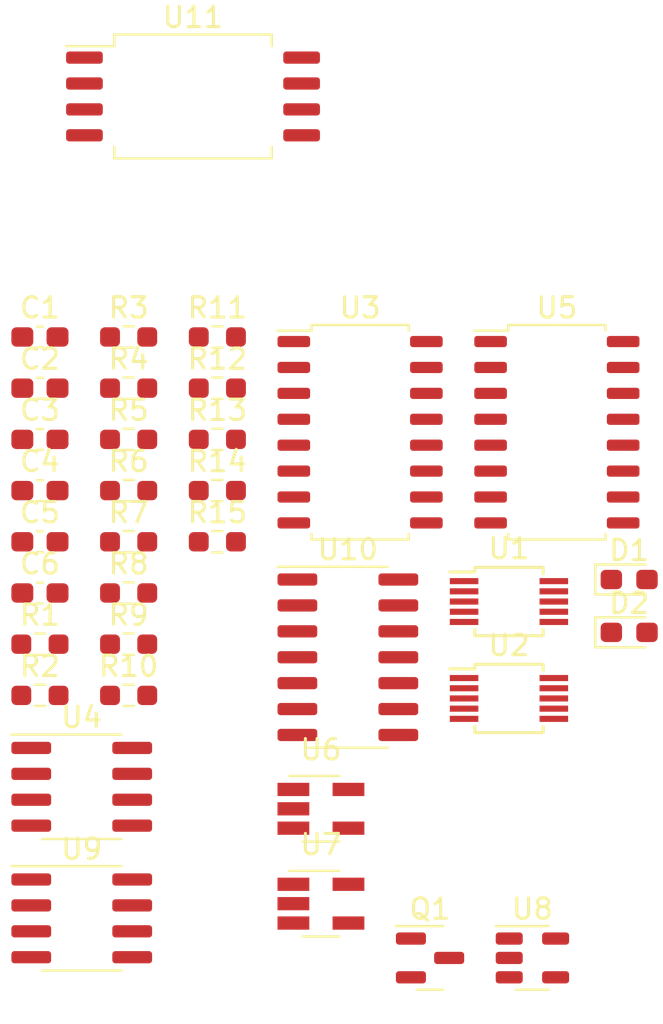
<source format=kicad_pcb>
(kicad_pcb (version 20221018) (generator pcbnew)
  (layers (0 "F.Cu" signal) (31 "B.Cu" signal) (34 "B.Paste" user) (35 "F.Paste" user) (36 "B.SilkS" user "B.Silkscreen") (37 "F.SilkS" user "F.Silkscreen") (38 "B.Mask" user) (39 "F.Mask" user) (44 "Edge.Cuts" user))
  (net 0 "")
  (net 1 "/TR")
  (net 2 "GND")
  (net 3 "Net-(U4-CV)")
  (net 4 "Net-(U2-AIN_N)")
  (net 5 "Net-(U2-AIN_P)")
  (net 6 "/ISO_RTN")
  (net 7 "Net-(U1-VO1)")
  (net 8 "Net-(U1-VO0)")
  (net 9 "Net-(D1-A)")
  (net 10 "Net-(D2-A)")
  (net 11 "/S0_n")
  (net 12 "/S0")
  (net 13 "Net-(U4-DIS)")
  (net 14 "+5V")
  (net 15 "/OSC")
  (net 16 "Net-(U9B--)")
  (net 17 "Net-(U9A--)")
  (net 18 "Net-(R8-Pad1)")
  (net 19 "Net-(R8-Pad2)")
  (net 20 "Net-(U1-SCK)")
  (net 21 "/ISO_DRV")
  (net 22 "Net-(R10-Pad1)")
  (net 23 "Net-(R10-Pad2)")
  (net 24 "Net-(U1-SDI)")
  (net 26 "Net-(R12-Pad2)")
  (net 28 "Net-(R13-Pad2)")
  (net 29 "Net-(U1-LAT)")
  (net 30 "Net-(U1-~CS)")
  (net 32 "+1V8")
  (net 34 "/SDATA")
  (net 35 "/SCLK")
  (net 36 "/S4")
  (net 37 "/S3")
  (net 38 "/S2")
  (net 39 "/S1")
  (footprint "Resistor_SMD:R_0603_1608Metric_Pad0.98x0.95mm_HandSolder" (layer "F.Cu") (at 20.4325 31.93)
    (fp_text reference "R1" (at 0 -1.43) (layer "F.SilkS"))
    (fp_text value "10k")
    (fp_line (start -0.254724 -0.5225) (end 0.254724 -0.5225) (stroke (width 0.12)) (layer "F.SilkS"))
    (fp_line (start -0.254724 0.5225) (end 0.254724 0.5225) (stroke (width 0.12)) (layer "F.SilkS"))
    (pad "1" smd roundrect (at -0.9125 0) (size 0.975 0.95) (layers "F.Cu" "F.Paste" "F.Mask") (net 13 "Net-(U4-DIS)"))
    (pad "2" smd roundrect (at 0.9125 0) (size 0.975 0.95) (layers "F.Cu" "F.Paste" "F.Mask") (net 14 "+5V"))
  )
  (footprint "Capacitor_SMD:C_0603_1608Metric_Pad1.08x0.95mm_HandSolder" (layer "F.Cu") (at 20.4325 26.91)
    (fp_text reference "C5" (at 0 -1.43) (layer "F.SilkS"))
    (fp_text value "C")
    (fp_line (start -0.146267 -0.51) (end 0.146267 -0.51) (stroke (width 0.12)) (layer "F.SilkS"))
    (fp_line (start -0.146267 0.51) (end 0.146267 0.51) (stroke (width 0.12)) (layer "F.SilkS"))
    (pad "1" smd roundrect (at -0.8625 0) (size 1.075 0.95) (layers "F.Cu" "F.Paste" "F.Mask") (net 6 "/ISO_RTN"))
    (pad "2" smd roundrect (at 0.8625 0) (size 1.075 0.95) (layers "F.Cu" "F.Paste" "F.Mask") (net 7 "Net-(U1-VO1)"))
  )
  (footprint "Package_TO_SOT_SMD:SOT-23-5_HandSoldering" (layer "F.Cu") (at 34.2125 44.65)
    (fp_text reference "U7" (at 0 -2.9) (layer "F.SilkS"))
    (fp_text value "74LVC1G80")
    (fp_line (start -0.9 1.61) (end 0.9 1.61) (stroke (width 0.12)) (layer "F.SilkS"))
    (fp_line (start 0.9 -1.61) (end -1.55 -1.61) (stroke (width 0.12)) (layer "F.SilkS"))
    (pad "1" smd rect (at -1.35 -0.95) (size 1.56 0.65) (layers "F.Cu" "F.Paste" "F.Mask") (net 11 "/S0_n"))
    (pad "2" smd rect (at -1.35 0) (size 1.56 0.65) (layers "F.Cu" "F.Paste" "F.Mask") (net 15 "/OSC"))
    (pad "3" smd rect (at -1.35 0.95) (size 1.56 0.65) (layers "F.Cu" "F.Paste" "F.Mask") (net 2 "GND"))
    (pad "4" smd rect (at 1.35 0.95) (size 1.56 0.65) (layers "F.Cu" "F.Paste" "F.Mask") (net 11 "/S0_n"))
    (pad "5" smd rect (at 1.35 -0.95) (size 1.56 0.65) (layers "F.Cu" "F.Paste" "F.Mask") (net 14 "+5V"))
  )
  (footprint "Package_SO:SOIC-8_3.9x4.9mm_P1.27mm" (layer "F.Cu") (at 22.4825 38.92)
    (fp_text reference "U4" (at 0 -3.4) (layer "F.SilkS"))
    (fp_text value "NE555D")
    (fp_line (start 0 -2.56) (end -3.45 -2.56) (stroke (width 0.12)) (layer "F.SilkS"))
    (fp_line (start 0 -2.56) (end 1.95 -2.56) (stroke (width 0.12)) (layer "F.SilkS"))
    (fp_line (start 0 2.56) (end -1.95 2.56) (stroke (width 0.12)) (layer "F.SilkS"))
    (fp_line (start 0 2.56) (end 1.95 2.56) (stroke (width 0.12)) (layer "F.SilkS"))
    (pad "1" smd roundrect (at -2.475 -1.905) (size 1.95 0.6) (layers "F.Cu" "F.Paste" "F.Mask") (net 2 "GND"))
    (pad "2" smd roundrect (at -2.475 -0.635) (size 1.95 0.6) (layers "F.Cu" "F.Paste" "F.Mask") (net 1 "/TR"))
    (pad "3" smd roundrect (at -2.475 0.635) (size 1.95 0.6) (layers "F.Cu" "F.Paste" "F.Mask") (net 15 "/OSC"))
    (pad "4" smd roundrect (at -2.475 1.905) (size 1.95 0.6) (layers "F.Cu" "F.Paste" "F.Mask") (net 14 "+5V"))
    (pad "5" smd roundrect (at 2.475 1.905) (size 1.95 0.6) (layers "F.Cu" "F.Paste" "F.Mask") (net 3 "Net-(U4-CV)"))
    (pad "6" smd roundrect (at 2.475 0.635) (size 1.95 0.6) (layers "F.Cu" "F.Paste" "F.Mask") (net 1 "/TR"))
    (pad "7" smd roundrect (at 2.475 -0.635) (size 1.95 0.6) (layers "F.Cu" "F.Paste" "F.Mask") (net 13 "Net-(U4-DIS)"))
    (pad "8" smd roundrect (at 2.475 -1.905) (size 1.95 0.6) (layers "F.Cu" "F.Paste" "F.Mask") (net 14 "+5V"))
  )
  (footprint "Resistor_SMD:R_0603_1608Metric_Pad0.98x0.95mm_HandSolder" (layer "F.Cu") (at 24.7825 34.44)
    (fp_text reference "R10" (at 0 -1.43) (layer "F.SilkS"))
    (fp_text value "10k")
    (fp_line (start -0.254724 -0.5225) (end 0.254724 -0.5225) (stroke (width 0.12)) (layer "F.SilkS"))
    (fp_line (start -0.254724 0.5225) (end 0.254724 0.5225) (stroke (width 0.12)) (layer "F.SilkS"))
    (pad "1" smd roundrect (at -0.9125 0) (size 0.975 0.95) (layers "F.Cu" "F.Paste" "F.Mask") (net 22 "Net-(R10-Pad1)"))
    (pad "2" smd roundrect (at 0.9125 0) (size 0.975 0.95) (layers "F.Cu" "F.Paste" "F.Mask") (net 23 "Net-(R10-Pad2)"))
  )
  (footprint "Package_SO:SOIC-16_4.55x10.3mm_P1.27mm" (layer "F.Cu") (at 45.7825 21.54)
    (fp_text reference "U5" (at 0 -6.1) (layer "F.SilkS"))
    (fp_text value "74LS161")
    (fp_line (start -2.385 -5.26) (end -2.385 -4.98) (stroke (width 0.12)) (layer "F.SilkS"))
    (fp_line (start -2.385 -4.98) (end -4.05 -4.98) (stroke (width 0.12)) (layer "F.SilkS"))
    (fp_line (start -2.385 5.26) (end -2.385 4.98) (stroke (width 0.12)) (layer "F.SilkS"))
    (fp_line (start 0 -5.26) (end -2.385 -5.26) (stroke (width 0.12)) (layer "F.SilkS"))
    (fp_line (start 0 -5.26) (end 2.385 -5.26) (stroke (width 0.12)) (layer "F.SilkS"))
    (fp_line (start 0 5.26) (end -2.385 5.26) (stroke (width 0.12)) (layer "F.SilkS"))
    (fp_line (start 0 5.26) (end 2.385 5.26) (stroke (width 0.12)) (layer "F.SilkS"))
    (fp_line (start 2.385 -5.26) (end 2.385 -4.98) (stroke (width 0.12)) (layer "F.SilkS"))
    (fp_line (start 2.385 5.26) (end 2.385 4.98) (stroke (width 0.12)) (layer "F.SilkS"))
    (pad "1" smd roundrect (at -3.25 -4.445) (size 1.6 0.55) (layers "F.Cu" "F.Paste" "F.Mask") (net 14 "+5V"))
    (pad "2" smd roundrect (at -3.25 -3.175) (size 1.6 0.55) (layers "F.Cu" "F.Paste" "F.Mask") (net 12 "/S0"))
    (pad "3" smd roundrect (at -3.25 -1.905) (size 1.6 0.55) (layers "F.Cu" "F.Paste" "F.Mask") (net 2 "GND"))
    (pad "4" smd roundrect (at -3.25 -0.635) (size 1.6 0.55) (layers "F.Cu" "F.Paste" "F.Mask") (net 2 "GND"))
    (pad "5" smd roundrect (at -3.25 0.635) (size 1.6 0.55) (layers "F.Cu" "F.Paste" "F.Mask") (net 2 "GND"))
    (pad "6" smd roundrect (at -3.25 1.905) (size 1.6 0.55) (layers "F.Cu" "F.Paste" "F.Mask") (net 2 "GND"))
    (pad "7" smd roundrect (at -3.25 3.175) (size 1.6 0.55) (layers "F.Cu" "F.Paste" "F.Mask") (net 14 "+5V"))
    (pad "8" smd roundrect (at -3.25 4.445) (size 1.6 0.55) (layers "F.Cu" "F.Paste" "F.Mask") (net 2 "GND"))
    (pad "9" smd roundrect (at 3.25 4.445) (size 1.6 0.55) (layers "F.Cu" "F.Paste" "F.Mask") (net 14 "+5V"))
    (pad "10" smd roundrect (at 3.25 3.175) (size 1.6 0.55) (layers "F.Cu" "F.Paste" "F.Mask") (net 14 "+5V"))
    (pad "11" smd roundrect (at 3.25 1.905) (size 1.6 0.55) (layers "F.Cu" "F.Paste" "F.Mask") (net 36 "/S4"))
    (pad "12" smd roundrect (at 3.25 0.635) (size 1.6 0.55) (layers "F.Cu" "F.Paste" "F.Mask") (net 37 "/S3"))
    (pad "13" smd roundrect (at 3.25 -0.635) (size 1.6 0.55) (layers "F.Cu" "F.Paste" "F.Mask") (net 38 "/S2"))
    (pad "14" smd roundrect (at 3.25 -1.905) (size 1.6 0.55) (layers "F.Cu" "F.Paste" "F.Mask") (net 39 "/S1"))
    (pad "15" smd roundrect (at 3.25 -3.175) (size 1.6 0.55) (layers "F.Cu" "F.Paste" "F.Mask"))
    (pad "16" smd roundrect (at 3.25 -4.445) (size 1.6 0.55) (layers "F.Cu" "F.Paste" "F.Mask") (net 14 "+5V"))
  )
  (footprint "Package_SO:SOIC-8_7.5x5.85mm_P1.27mm" (layer "F.Cu") (at 27.94 5.08)
    (fp_text reference "U11" (at 0 -3.88) (layer "F.SilkS"))
    (fp_text value "AMC1100DWV")
    (fp_line (start -3.86 -3.035) (end -3.86 -2.465) (stroke (width 0.12)) (layer "F.SilkS"))
    (fp_line (start -3.86 -2.465) (end -6.225 -2.465) (stroke (width 0.12)) (layer "F.SilkS"))
    (fp_line (start -3.86 3.035) (end -3.86 2.465) (stroke (width 0.12)) (layer "F.SilkS"))
    (fp_line (start 0 -3.035) (end -3.86 -3.035) (stroke (width 0.12)) (layer "F.SilkS"))
    (fp_line (start 0 -3.035) (end 3.86 -3.035) (stroke (width 0.12)) (layer "F.SilkS"))
    (fp_line (start 0 3.035) (end -3.86 3.035) (stroke (width 0.12)) (layer "F.SilkS"))
    (fp_line (start 0 3.035) (end 3.86 3.035) (stroke (width 0.12)) (layer "F.SilkS"))
    (fp_line (start 3.86 -3.035) (end 3.86 -2.465) (stroke (width 0.12)) (layer "F.SilkS"))
    (fp_line (start 3.86 3.035) (end 3.86 2.465) (stroke (width 0.12)) (layer "F.SilkS"))
    (pad "1" smd roundrect (at -5.325 -1.905) (size 1.8 0.6) (layers "F.Cu" "F.Paste" "F.Mask"))
    (pad "2" smd roundrect (at -5.325 -0.635) (size 1.8 0.6) (layers "F.Cu" "F.Paste" "F.Mask"))
    (pad "3" smd roundrect (at -5.325 0.635) (size 1.8 0.6) (layers "F.Cu" "F.Paste" "F.Mask"))
    (pad "4" smd roundrect (at -5.325 1.905) (size 1.8 0.6) (layers "F.Cu" "F.Paste" "F.Mask"))
    (pad "5" smd roundrect (at 5.325 1.905) (size 1.8 0.6) (layers "F.Cu" "F.Paste" "F.Mask"))
    (pad "6" smd roundrect (at 5.325 0.635) (size 1.8 0.6) (layers "F.Cu" "F.Paste" "F.Mask"))
    (pad "7" smd roundrect (at 5.325 -0.635) (size 1.8 0.6) (layers "F.Cu" "F.Paste" "F.Mask"))
    (pad "8" smd roundrect (at 5.325 -1.905) (size 1.8 0.6) (layers "F.Cu" "F.Paste" "F.Mask"))
  )
  (footprint "Package_SO:MSOP-10_3x3mm_P0.5mm" (layer "F.Cu") (at 43.4325 34.59)
    (fp_text reference "U2" (at 0 -2.6) (layer "F.SilkS"))
    (fp_text value "MCP33141D")
    (fp_line (start -1.675 -1.675) (end -1.675 -1.45) (stroke (width 0.15)) (layer "F.SilkS"))
    (fp_line (start -1.675 -1.675) (end 1.675 -1.675) (stroke (width 0.15)) (layer "F.SilkS"))
    (fp_line (start -1.675 -1.45) (end -2.9 -1.45) (stroke (width 0.15)) (layer "F.SilkS"))
    (fp_line (start -1.675 1.675) (end -1.675 1.375) (stroke (width 0.15)) (layer "F.SilkS"))
    (fp_line (start -1.675 1.675) (end 1.675 1.675) (stroke (width 0.15)) (layer "F.SilkS"))
    (fp_line (start 1.675 -1.675) (end 1.675 -1.375) (stroke (width 0.15)) (layer "F.SilkS"))
    (fp_line (start 1.675 1.675) (end 1.675 1.375) (stroke (width 0.15)) (layer "F.SilkS"))
    (pad "1" smd rect (at -2.2 -1) (size 1.4 0.3) (layers "F.Cu" "F.Paste" "F.Mask") (net 14 "+5V"))
    (pad "2" smd rect (at -2.2 -0.5) (size 1.4 0.3) (layers "F.Cu" "F.Paste" "F.Mask") (net 32 "+1V8"))
    (pad "3" smd rect (at -2.2 0) (size 1.4 0.3) (layers "F.Cu" "F.Paste" "F.Mask") (net 5 "Net-(U2-AIN_P)"))
    (pad "4" smd rect (at -2.2 0.5) (size 1.4 0.3) (layers "F.Cu" "F.Paste" "F.Mask") (net 4 "Net-(U2-AIN_N)"))
    (pad "5" smd rect (at -2.2 1) (size 1.4 0.3) (layers "F.Cu" "F.Paste" "F.Mask") (net 2 "GND"))
    (pad "6" smd rect (at 2.2 1) (size 1.4 0.3) (layers "F.Cu" "F.Paste" "F.Mask"))
    (pad "7" smd rect (at 2.2 0.5) (size 1.4 0.3) (layers "F.Cu" "F.Paste" "F.Mask") (net 34 "/SDATA"))
    (pad "8" smd rect (at 2.2 0) (size 1.4 0.3) (layers "F.Cu" "F.Paste" "F.Mask") (net 35 "/SCLK"))
    (pad "9" smd rect (at 2.2 -0.5) (size 1.4 0.3) (layers "F.Cu" "F.Paste" "F.Mask") (net 14 "+5V"))
    (pad "10" smd rect (at 2.2 -1) (size 1.4 0.3) (layers "F.Cu" "F.Paste" "F.Mask") (net 14 "+5V"))
  )
  (footprint "Resistor_SMD:R_0603_1608Metric_Pad0.98x0.95mm_HandSolder" (layer "F.Cu") (at 24.7825 19.38)
    (fp_text reference "R4" (at 0 -1.43) (layer "F.SilkS"))
    (fp_text value "10k")
    (fp_line (start -0.254724 -0.5225) (end 0.254724 -0.5225) (stroke (width 0.12)) (layer "F.SilkS"))
    (fp_line (start -0.254724 0.5225) (end 0.254724 0.5225) (stroke (width 0.12)) (layer "F.SilkS"))
    (pad "1" smd roundrect (at -0.9125 0) (size 0.975 0.95) (layers "F.Cu" "F.Paste" "F.Mask") (net 9 "Net-(D1-A)"))
    (pad "2" smd roundrect (at 0.9125 0) (size 0.975 0.95) (layers "F.Cu" "F.Paste" "F.Mask") (net 15 "/OSC"))
  )
  (footprint "LED_SMD:LED_0603_1608Metric_Pad1.05x0.95mm_HandSolder" (layer "F.Cu") (at 49.3275 31.35)
    (fp_text reference "D2" (at 0 -1.43) (layer "F.SilkS"))
    (fp_text value "LED")
    (fp_line (start -1.66 -0.735) (end -1.66 0.735) (stroke (width 0.12)) (layer "F.SilkS"))
    (fp_line (start -1.66 0.735) (end 0.8 0.735) (stroke (width 0.12)) (layer "F.SilkS"))
    (fp_line (start 0.8 -0.735) (end -1.66 -0.735) (stroke (width 0.12)) (layer "F.SilkS"))
    (pad "1" smd roundrect (at -0.875 0) (size 1.05 0.95) (layers "F.Cu" "F.Paste" "F.Mask") (net 2 "GND"))
    (pad "2" smd roundrect (at 0.875 0) (size 1.05 0.95) (layers "F.Cu" "F.Paste" "F.Mask") (net 10 "Net-(D2-A)"))
  )
  (footprint "Resistor_SMD:R_0603_1608Metric_Pad0.98x0.95mm_HandSolder" (layer "F.Cu") (at 24.7825 26.91)
    (fp_text reference "R7" (at 0 -1.43) (layer "F.SilkS"))
    (fp_text value "10k")
    (fp_line (start -0.254724 -0.5225) (end 0.254724 -0.5225) (stroke (width 0.12)) (layer "F.SilkS"))
    (fp_line (start -0.254724 0.5225) (end 0.254724 0.5225) (stroke (width 0.12)) (layer "F.SilkS"))
    (pad "1" smd roundrect (at -0.9125 0) (size 0.975 0.95) (layers "F.Cu" "F.Paste" "F.Mask") (net 17 "Net-(U9A--)"))
    (pad "2" smd roundrect (at 0.9125 0) (size 0.975 0.95) (layers "F.Cu" "F.Paste" "F.Mask") (net 5 "Net-(U2-AIN_P)"))
  )
  (footprint "Package_TO_SOT_SMD:SOT-23-5" (layer "F.Cu") (at 44.5825 47.31)
    (fp_text reference "U8" (at 0 -2.4) (layer "F.SilkS"))
    (fp_text value "TPS76318")
    (fp_line (start 0 -1.56) (end -1.8 -1.56) (stroke (width 0.12)) (layer "F.SilkS"))
    (fp_line (start 0 -1.56) (end 0.8 -1.56) (stroke (width 0.12)) (layer "F.SilkS"))
    (fp_line (start 0 1.56) (end -0.8 1.56) (stroke (width 0.12)) (layer "F.SilkS"))
    (fp_line (start 0 1.56) (end 0.8 1.56) (stroke (width 0.12)) (layer "F.SilkS"))
    (pad "1" smd roundrect (at -1.1375 -0.95) (size 1.325 0.6) (layers "F.Cu" "F.Paste" "F.Mask") (net 14 "+5V"))
    (pad "2" smd roundrect (at -1.1375 0) (size 1.325 0.6) (layers "F.Cu" "F.Paste" "F.Mask") (net 2 "GND"))
    (pad "3" smd roundrect (at -1.1375 0.95) (size 1.325 0.6) (layers "F.Cu" "F.Paste" "F.Mask"))
    (pad "4" smd roundrect (at 1.1375 0.95) (size 1.325 0.6) (layers "F.Cu" "F.Paste" "F.Mask"))
    (pad "5" smd roundrect (at 1.1375 -0.95) (size 1.325 0.6) (layers "F.Cu" "F.Paste" "F.Mask") (net 32 "+1V8"))
  )
  (footprint "Resistor_SMD:R_0603_1608Metric_Pad0.98x0.95mm_HandSolder" (layer "F.Cu") (at 24.7825 24.4)
    (fp_text reference "R6" (at 0 -1.43) (layer "F.SilkS"))
    (fp_text value "10k")
    (fp_line (start -0.254724 -0.5225) (end 0.254724 -0.5225) (stroke (width 0.12)) (layer "F.SilkS"))
    (fp_line (start -0.254724 0.5225) (end 0.254724 0.5225) (stroke (width 0.12)) (layer "F.SilkS"))
    (pad "1" smd roundrect (at -0.9125 0) (size 0.975 0.95) (layers "F.Cu" "F.Paste" "F.Mask") (net 16 "Net-(U9B--)"))
    (pad "2" smd roundrect (at 0.9125 0) (size 0.975 0.95) (layers "F.Cu" "F.Paste" "F.Mask") (net 4 "Net-(U2-AIN_N)"))
  )
  (footprint "Resistor_SMD:R_0603_1608Metric_Pad0.98x0.95mm_HandSolder" (layer "F.Cu") (at 24.7825 31.93)
    (fp_text reference "R9" (at 0 -1.43) (layer "F.SilkS"))
    (fp_text value "10k")
    (fp_line (start -0.254724 -0.5225) (end 0.254724 -0.5225) (stroke (width 0.12)) (layer "F.SilkS"))
    (fp_line (start -0.254724 0.5225) (end 0.254724 0.5225) (stroke (width 0.12)) (layer "F.SilkS"))
    (pad "1" smd roundrect (at -0.9125 0) (size 0.975 0.95) (layers "F.Cu" "F.Paste" "F.Mask") (net 20 "Net-(U1-SCK)"))
    (pad "2" smd roundrect (at 0.9125 0) (size 0.975 0.95) (layers "F.Cu" "F.Paste" "F.Mask") (net 21 "/ISO_DRV"))
  )
  (footprint "Package_SO:MSOP-10_3x3mm_P0.5mm" (layer "F.Cu") (at 43.4325 29.84)
    (fp_text reference "U1" (at 0 -2.6) (layer "F.SilkS"))
    (fp_text value "~")
    (fp_line (start -1.675 -1.675) (end -1.675 -1.45) (stroke (width 0.15)) (layer "F.SilkS"))
    (fp_line (start -1.675 -1.675) (end 1.675 -1.675) (stroke (width 0.15)) (layer "F.SilkS"))
    (fp_line (start -1.675 -1.45) (end -2.9 -1.45) (stroke (width 0.15)) (layer "F.SilkS"))
    (fp_line (start -1.675 1.675) (end -1.675 1.375) (stroke (width 0.15)) (layer "F.SilkS"))
    (fp_line (start -1.675 1.675) (end 1.675 1.675) (stroke (width 0.15)) (layer "F.SilkS"))
    (fp_line (start 1.675 -1.675) (end 1.675 -1.375) (stroke (width 0.15)) (layer "F.SilkS"))
    (fp_line (start 1.675 1.675) (end 1.675 1.375) (stroke (width 0.15)) (layer "F.SilkS"))
    (pad "1" smd rect (at -2.2 -1) (size 1.4 0.3) (layers "F.Cu" "F.Paste" "F.Mask") (net 21 "/ISO_DRV"))
    (pad "2" smd rect (at -2.2 -0.5) (size 1.4 0.3) (layers "F.Cu" "F.Paste" "F.Mask") (net 30 "Net-(U1-~CS)"))
    (pad "3" smd rect (at -2.2 0) (size 1.4 0.3) (layers "F.Cu" "F.Paste" "F.Mask") (net 21 "/ISO_DRV"))
    (pad "4" smd rect (at -2.2 0.5) (size 1.4 0.3) (layers "F.Cu" "F.Paste" "F.Mask") (net 8 "Net-(U1-VO0)"))
    (pad "5" smd rect (at -2.2 1) (size 1.4 0.3) (layers "F.Cu" "F.Paste" "F.Mask") (net 7 "Net-(U1-VO1)"))
    (pad "6" smd rect (at 2.2 1) (size 1.4 0.3) (layers "F.Cu" "F.Paste" "F.Mask") (net 29 "Net-(U1-LAT)"))
    (pad "7" smd rect (at 2.2 0.5) (size 1.4 0.3) (layers "F.Cu" "F.Paste" "F.Mask") (net 6 "/ISO_RTN"))
    (pad "8" smd rect (at 2.2 0) (size 1.4 0.3) (layers "F.Cu" "F.Paste" "F.Mask"))
    (pad "9" smd rect (at 2.2 -0.5) (size 1.4 0.3) (layers "F.Cu" "F.Paste" "F.Mask") (net 20 "Net-(U1-SCK)"))
    (pad "10" smd rect (at 2.2 -1) (size 1.4 0.3) (layers "F.Cu" "F.Paste" "F.Mask") (net 24 "Net-(U1-SDI)"))
  )
  (footprint "Resistor_SMD:R_0603_1608Metric_Pad0.98x0.95mm_HandSolder" (layer "F.Cu") (at 29.1325 21.89)
    (fp_text reference "R13" (at 0 -1.43) (layer "F.SilkS"))
    (fp_text value "10k")
    (fp_line (start -0.254724 -0.5225) (end 0.254724 -0.5225) (stroke (width 0.12)) (layer "F.SilkS"))
    (fp_line (start -0.254724 0.5225) (end 0.254724 0.5225) (stroke (width 0.12)) (layer "F.SilkS"))
    (pad "1" smd roundrect (at -0.9125 0) (size 0.975 0.95) (layers "F.Cu" "F.Paste" "F.Mask"))
    (pad "2" smd roundrect (at 0.9125 0) (size 0.975 0.95) (layers "F.Cu" "F.Paste" "F.Mask") (net 28 "Net-(R13-Pad2)"))
  )
  (footprint "Capacitor_SMD:C_0603_1608Metric_Pad1.08x0.95mm_HandSolder" (layer "F.Cu") (at 20.4325 16.87)
    (fp_text reference "C1" (at 0 -1.43) (layer "F.SilkS"))
    (fp_text value "C")
    (fp_line (start -0.146267 -0.51) (end 0.146267 -0.51) (stroke (width 0.12)) (layer "F.SilkS"))
    (fp_line (start -0.146267 0.51) (end 0.146267 0.51) (stroke (width 0.12)) (layer "F.SilkS"))
    (pad "1" smd roundrect (at -0.8625 0) (size 1.075 0.95) (layers "F.Cu" "F.Paste" "F.Mask") (net 1 "/TR"))
    (pad "2" smd roundrect (at 0.8625 0) (size 1.075 0.95) (layers "F.Cu" "F.Paste" "F.Mask") (net 2 "GND"))
  )
  (footprint "Resistor_SMD:R_0603_1608Metric_Pad0.98x0.95mm_HandSolder" (layer "F.Cu") (at 24.7825 16.87)
    (fp_text reference "R3" (at 0 -1.43) (layer "F.SilkS"))
    (fp_text value "10k")
    (fp_line (start -0.254724 -0.5225) (end 0.254724 -0.5225) (stroke (width 0.12)) (layer "F.SilkS"))
    (fp_line (start -0.254724 0.5225) (end 0.254724 0.5225) (stroke (width 0.12)) (layer "F.SilkS"))
    (pad "1" smd roundrect (at -0.9125 0) (size 0.975 0.95) (layers "F.Cu" "F.Paste" "F.Mask") (net 12 "/S0"))
    (pad "2" smd roundrect (at 0.9125 0) (size 0.975 0.95) (layers "F.Cu" "F.Paste" "F.Mask") (net 14 "+5V"))
  )
  (footprint "Package_SO:SOIC-8_3.9x4.9mm_P1.27mm" (layer "F.Cu") (at 22.4825 45.37)
    (fp_text reference "U9" (at 0 -3.4) (layer "F.SilkS"))
    (fp_text value "LM358")
    (fp_line (start 0 -2.56) (end -3.45 -2.56) (stroke (width 0.12)) (layer "F.SilkS"))
    (fp_line (start 0 -2.56) (end 1.95 -2.56) (stroke (width 0.12)) (layer "F.SilkS"))
    (fp_line (start 0 2.56) (end -1.95 2.56) (stroke (width 0.12)) (layer "F.SilkS"))
    (fp_line (start 0 2.56) (end 1.95 2.56) (stroke (width 0.12)) (layer "F.SilkS"))
    (pad "1" smd roundrect (at -2.475 -1.905) (size 1.95 0.6) (layers "F.Cu" "F.Paste" "F.Mask") (net 17 "Net-(U9A--)"))
    (pad "2" smd roundrect (at -2.475 -0.635) (size 1.95 0.6) (layers "F.Cu" "F.Paste" "F.Mask") (net 17 "Net-(U9A--)"))
    (pad "3" smd roundrect (at -2.475 0.635) (size 1.95 0.6) (layers "F.Cu" "F.Paste" "F.Mask"))
    (pad "4" smd roundrect (at -2.475 1.905) (size 1.95 0.6) (layers "F.Cu" "F.Paste" "F.Mask"))
    (pad "5" smd roundrect (at 2.475 1.905) (size 1.95 0.6) (layers "F.Cu" "F.Paste" "F.Mask"))
    (pad "6" smd roundrect (at 2.475 0.635) (size 1.95 0.6) (layers "F.Cu" "F.Paste" "F.Mask") (net 16 "Net-(U9B--)"))
    (pad "7" smd roundrect (at 2.475 -0.635) (size 1.95 0.6) (layers "F.Cu" "F.Paste" "F.Mask") (net 16 "Net-(U9B--)"))
    (pad "8" smd roundrect (at 2.475 -1.905) (size 1.95 0.6) (layers "F.Cu" "F.Paste" "F.Mask"))
  )
  (footprint "Package_SO:SOIC-14_3.9x8.7mm_P1.27mm" (layer "F.Cu") (at 35.5325 32.57)
    (fp_text reference "U10" (at 0 -5.28) (layer "F.SilkS"))
    (fp_text value "74HC04")
    (fp_line (start 0 -4.435) (end -3.45 -4.435) (stroke (width 0.12)) (layer "F.SilkS"))
    (fp_line (start 0 -4.435) (end 1.95 -4.435) (stroke (width 0.12)) (layer "F.SilkS"))
    (fp_line (start 0 4.435) (end -1.95 4.435) (stroke (width 0.12)) (layer "F.SilkS"))
    (fp_line (start 0 4.435) (end 1.95 4.435) (stroke (width 0.12)) (layer "F.SilkS"))
    (pad "1" smd roundrect (at -2.475 -3.81) (size 1.95 0.6) (layers "F.Cu" "F.Paste" "F.Mask") (net 35 "/SCLK"))
    (pad "2" smd roundrect (at -2.475 -2.54) (size 1.95 0.6) (layers "F.Cu" "F.Paste" "F.Mask") (net 18 "Net-(R8-Pad1)"))
    (pad "3" smd roundrect (at -2.475 -1.27) (size 1.95 0.6) (layers "F.Cu" "F.Paste" "F.Mask"))
    (pad "4" smd roundrect (at -2.475 0) (size 1.95 0.6) (layers "F.Cu" "F.Paste" "F.Mask"))
    (pad "5" smd roundrect (at -2.475 1.27) (size 1.95 0.6) (layers "F.Cu" "F.Paste" "F.Mask"))
    (pad "6" smd roundrect (at -2.475 2.54) (size 1.95 0.6) (layers "F.Cu" "F.Paste" "F.Mask"))
    (pad "7" smd roundrect (at -2.475 3.81) (size 1.95 0.6) (layers "F.Cu" "F.Paste" "F.Mask"))
    (pad "8" smd roundrect (at 2.475 3.81) (size 1.95 0.6) (layers "F.Cu" "F.Paste" "F.Mask"))
    (pad "9" smd roundrect (at 2.475 2.54) (size 1.95 0.6) (layers "F.Cu" "F.Paste" "F.Mask"))
    (pad "10" smd roundrect (at 2.475 1.27) (size 1.95 0.6) (layers "F.Cu" "F.Paste" "F.Mask"))
    (pad "11" smd roundrect (at 2.475 0) (size 1.95 0.6) (layers "F.Cu" "F.Paste" "F.Mask"))
    (pad "12" smd roundrect (at 2.475 -1.27) (size 1.95 0.6) (layers "F.Cu" "F.Paste" "F.Mask"))
    (pad "13" smd roundrect (at 2.475 -2.54) (size 1.95 0.6) (layers "F.Cu" "F.Paste" "F.Mask"))
    (pad "14" smd roundrect (at 2.475 -3.81) (size 1.95 0.6) (layers "F.Cu" "F.Paste" "F.Mask"))
  )
  (footprint "Resistor_SMD:R_0603_1608Metric_Pad0.98x0.95mm_HandSolder" (layer "F.Cu") (at 24.7825 21.89)
    (fp_text reference "R5" (at 0 -1.43) (layer "F.SilkS"))
    (fp_text value "10k")
    (fp_line (start -0.254724 -0.5225) (end 0.254724 -0.5225) (stroke (width 0.12)) (layer "F.SilkS"))
    (fp_line (start -0.254724 0.5225) (end 0.254724 0.5225) (stroke (width 0.12)) (layer "F.SilkS"))
    (pad "1" smd roundrect (at -0.9125 0) (size 0.975 0.95) (layers "F.Cu" "F.Paste" "F.Mask") (net 10 "Net-(D2-A)"))
    (pad "2" smd roundrect (at 0.9125 0) (size 0.975 0.95) (layers "F.Cu" "F.Paste" "F.Mask") (net 14 "+5V"))
  )
  (footprint "Resistor_SMD:R_0603_1608Metric_Pad0.98x0.95mm_HandSolder" (layer "F.Cu") (at 29.1325 26.91)
    (fp_text reference "R15" (at 0 -1.43) (layer "F.SilkS"))
    (fp_text value "10k")
    (fp_line (start -0.254724 -0.5225) (end 0.254724 -0.5225) (stroke (width 0.12)) (layer "F.SilkS"))
    (fp_line (start -0.254724 0.5225) (end 0.254724 0.5225) (stroke (width 0.12)) (layer "F.SilkS"))
    (pad "1" smd roundrect (at -0.9125 0) (size 0.975 0.95) (layers "F.Cu" "F.Paste" "F.Mask") (net 30 "Net-(U1-~CS)"))
    (pad "2" smd roundrect (at 0.9125 0) (size 0.975 0.95) (layers "F.Cu" "F.Paste" "F.Mask") (net 21 "/ISO_DRV"))
  )
  (footprint "LED_SMD:LED_0603_1608Metric_Pad1.05x0.95mm_HandSolder" (layer "F.Cu") (at 49.3275 28.76)
    (fp_text reference "D1" (at 0 -1.43) (layer "F.SilkS"))
    (fp_text value "LED")
    (fp_line (start -1.66 -0.735) (end -1.66 0.735) (stroke (width 0.12)) (layer "F.SilkS"))
    (fp_line (start -1.66 0.735) (end 0.8 0.735) (stroke (width 0.12)) (layer "F.SilkS"))
    (fp_line (start 0.8 -0.735) (end -1.66 -0.735) (stroke (width 0.12)) (layer "F.SilkS"))
    (pad "1" smd roundrect (at -0.875 0) (size 1.05 0.95) (layers "F.Cu" "F.Paste" "F.Mask") (net 2 "GND"))
    (pad "2" smd roundrect (at 0.875 0) (size 1.05 0.95) (layers "F.Cu" "F.Paste" "F.Mask") (net 9 "Net-(D1-A)"))
  )
  (footprint "Resistor_SMD:R_0603_1608Metric_Pad0.98x0.95mm_HandSolder" (layer "F.Cu") (at 24.7825 29.42)
    (fp_text reference "R8" (at 0 -1.43) (layer "F.SilkS"))
    (fp_text value "10k")
    (fp_line (start -0.254724 -0.5225) (end 0.254724 -0.5225) (stroke (width 0.12)) (layer "F.SilkS"))
    (fp_line (start -0.254724 0.5225) (end 0.254724 0.5225) (stroke (width 0.12)) (layer "F.SilkS"))
    (pad "1" smd roundrect (at -0.9125 0) (size 0.975 0.95) (layers "F.Cu" "F.Paste" "F.Mask") (net 18 "Net-(R8-Pad1)"))
    (pad "2" smd roundrect (at 0.9125 0) (size 0.975 0.95) (layers "F.Cu" "F.Paste" "F.Mask") (net 19 "Net-(R8-Pad2)"))
  )
  (footprint "Capacitor_SMD:C_0603_1608Metric_Pad1.08x0.95mm_HandSolder" (layer "F.Cu") (at 20.4325 19.38)
    (fp_text reference "C2" (at 0 -1.43) (layer "F.SilkS"))
    (fp_text value "C")
    (fp_line (start -0.146267 -0.51) (end 0.146267 -0.51) (stroke (width 0.12)) (layer "F.SilkS"))
    (fp_line (start -0.146267 0.51) (end 0.146267 0.51) (stroke (width 0.12)) (layer "F.SilkS"))
    (pad "1" smd roundrect (at -0.8625 0) (size 1.075 0.95) (layers "F.Cu" "F.Paste" "F.Mask") (net 2 "GND"))
    (pad "2" smd roundrect (at 0.8625 0) (size 1.075 0.95) (layers "F.Cu" "F.Paste" "F.Mask") (net 3 "Net-(U4-CV)"))
  )
  (footprint "Resistor_SMD:R_0603_1608Metric_Pad0.98x0.95mm_HandSolder" (layer "F.Cu") (at 29.1325 16.87)
    (fp_text reference "R11" (at 0 -1.43) (layer "F.SilkS"))
    (fp_text value "10k")
    (fp_line (start -0.254724 -0.5225) (end 0.254724 -0.5225) (stroke (width 0.12)) (layer "F.SilkS"))
    (fp_line (start -0.254724 0.5225) (end 0.254724 0.5225) (stroke (width 0.12)) (layer "F.SilkS"))
    (pad "1" smd roundrect (at -0.9125 0) (size 0.975 0.95) (layers "F.Cu" "F.Paste" "F.Mask") (net 24 "Net-(U1-SDI)"))
    (pad "2" smd roundrect (at 0.9125 0) (size 0.975 0.95) (layers "F.Cu" "F.Paste" "F.Mask") (net 21 "/ISO_DRV"))
  )
  (footprint "Capacitor_SMD:C_0603_1608Metric_Pad1.08x0.95mm_HandSolder" (layer "F.Cu") (at 20.4325 21.89)
    (fp_text reference "C3" (at 0 -1.43) (layer "F.SilkS"))
    (fp_text value "C")
    (fp_line (start -0.146267 -0.51) (end 0.146267 -0.51) (stroke (width 0.12)) (layer "F.SilkS"))
    (fp_line (start -0.146267 0.51) (end 0.146267 0.51) (stroke (width 0.12)) (layer "F.SilkS"))
    (pad "1" smd roundrect (at -0.8625 0) (size 1.075 0.95) (layers "F.Cu" "F.Paste" "F.Mask") (net 2 "GND"))
    (pad "2" smd roundrect (at 0.8625 0) (size 1.075 0.95) (layers "F.Cu" "F.Paste" "F.Mask") (net 4 "Net-(U2-AIN_N)"))
  )
  (footprint "Resistor_SMD:R_0603_1608Metric_Pad0.98x0.95mm_HandSolder" (layer "F.Cu") (at 20.4325 34.44)
    (fp_text reference "R2" (at 0 -1.43) (layer "F.SilkS"))
    (fp_text value "100k")
    (fp_line (start -0.254724 -0.5225) (end 0.254724 -0.5225) (stroke (width 0.12)) (layer "F.SilkS"))
    (fp_line (start -0.254724 0.5225) (end 0.254724 0.5225) (stroke (width 0.12)) (layer "F.SilkS"))
    (pad "1" smd roundrect (at -0.9125 0) (size 0.975 0.95) (layers "F.Cu" "F.Paste" "F.Mask") (net 1 "/TR"))
    (pad "2" smd roundrect (at 0.9125 0) (size 0.975 0.95) (layers "F.Cu" "F.Paste" "F.Mask") (net 13 "Net-(U4-DIS)"))
  )
  (footprint "Package_TO_SOT_SMD:SOT-23-5_HandSoldering" (layer "F.Cu") (at 34.2125 40)
    (fp_text reference "U6" (at 0 -2.9) (layer "F.SilkS"))
    (fp_text value "74LVC1G32")
    (fp_line (start -0.9 1.61) (end 0.9 1.61) (stroke (width 0.12)) (layer "F.SilkS"))
    (fp_line (start 0.9 -1.61) (end -1.55 -1.61) (stroke (width 0.12)) (layer "F.SilkS"))
    (pad "1" smd rect (at -1.35 -0.95) (size 1.56 0.65) (layers "F.Cu" "F.Paste" "F.Mask") (net 34 "/SDATA"))
    (pad "2" smd rect (at -1.35 0) (size 1.56 0.65) (layers "F.Cu" "F.Paste" "F.Mask"))
    (pad "3" smd rect (at -1.35 0.95) (size 1.56 0.65) (layers "F.Cu" "F.Paste" "F.Mask") (net 2 "GND"))
    (pad "4" smd rect (at 1.35 0.95) (size 1.56 0.65) (layers "F.Cu" "F.Paste" "F.Mask") (net 22 "Net-(R10-Pad1)"))
    (pad "5" smd rect (at 1.35 -0.95) (size 1.56 0.65) (layers "F.Cu" "F.Paste" "F.Mask") (net 14 "+5V"))
  )
  (footprint "Package_TO_SOT_SMD:SOT-23" (layer "F.Cu") (at 39.5625 47.31)
    (fp_text reference "Q1" (at 0 -2.4) (layer "F.SilkS"))
    (fp_text value "2N7002")
    (fp_line (start 0 -1.56) (end -1.675 -1.56) (stroke (width 0.12)) (layer "F.SilkS"))
    (fp_line (start 0 -1.56) (end 0.65 -1.56) (stroke (width 0.12)) (layer "F.SilkS"))
    (fp_line (start 0 1.56) (end -0.65 1.56) (stroke (width 0.12)) (layer "F.SilkS"))
    (fp_line (start 0 1.56) (end 0.65 1.56) (stroke (width 0.12)) (layer "F.SilkS"))
    (pad "1" smd roundrect (at -0.9375 -0.95) (size 1.475 0.6) (layers "F.Cu" "F.Paste" "F.Mask") (net 11 "/S0_n"))
    (pad "2" smd roundrect (at -0.9375 0.95) (size 1.475 0.6) (layers "F.Cu" "F.Paste" "F.Mask") (net 2 "GND"))
    (pad "3" smd roundrect (at 0.9375 0) (size 1.475 0.6) (layers "F.Cu" "F.Paste" "F.Mask") (net 12 "/S0"))
  )
  (footprint "Capacitor_SMD:C_0603_1608Metric_Pad1.08x0.95mm_HandSolder" (layer "F.Cu") (at 20.4325 29.42)
    (fp_text reference "C6" (at 0 -1.43) (layer "F.SilkS"))
    (fp_text value "C")
    (fp_line (start -0.146267 -0.51) (end 0.146267 -0.51) (stroke (width 0.12)) (layer "F.SilkS"))
    (fp_line (start -0.146267 0.51) (end 0.146267 0.51) (stroke (width 0.12)) (layer "F.SilkS"))
    (pad "1" smd roundrect (at -0.8625 0) (size 1.075 0.95) (layers "F.Cu" "F.Paste" "F.Mask") (net 8 "Net-(U1-VO0)"))
    (pad "2" smd roundrect (at 0.8625 0) (size 1.075 0.95) (layers "F.Cu" "F.Paste" "F.Mask") (net 6 "/ISO_RTN"))
  )
  (footprint "Resistor_SMD:R_0603_1608Metric_Pad0.98x0.95mm_HandSolder" (layer "F.Cu") (at 29.1325 24.4)
    (fp_text reference "R14" (at 0 -1.43) (layer "F.SilkS"))
    (fp_text value "10k")
    (fp_line (start -0.254724 -0.5225) (end 0.254724 -0.5225) (stroke (width 0.12)) (layer "F.SilkS"))
    (fp_line (start -0.254724 0.5225) (end 0.254724 0.5225) (stroke (width 0.12)) (layer "F.SilkS"))
    (pad "1" smd roundrect (at -0.9125 0) (size 0.975 0.95) (layers "F.Cu" "F.Paste" "F.Mask") (net 29 "Net-(U1-LAT)"))
    (pad "2" smd roundrect (at 0.9125 0) (size 0.975 0.95) (layers "F.Cu" "F.Paste" "F.Mask") (net 21 "/ISO_DRV"))
  )
  (footprint "Resistor_SMD:R_0603_1608Metric_Pad0.98x0.95mm_HandSolder" (layer "F.Cu") (at 29.1325 19.38)
    (fp_text reference "R12" (at 0 -1.43) (layer "F.SilkS"))
    (fp_text value "10k")
    (fp_line (start -0.254724 -0.5225) (end 0.254724 -0.5225) (stroke (width 0.12)) (layer "F.SilkS"))
    (fp_line (start -0.254724 0.5225) (end 0.254724 0.5225) (stroke (width 0.12)) (layer "F.SilkS"))
    (pad "1" smd roundrect (at -0.9125 0) (size 0.975 0.95) (layers "F.Cu" "F.Paste" "F.Mask"))
    (pad "2" smd roundrect (at 0.9125 0) (size 0.975 0.95) (layers "F.Cu" "F.Paste" "F.Mask") (net 26 "Net-(R12-Pad2)"))
  )
  (footprint "Package_SO:SOIC-16_4.55x10.3mm_P1.27mm" (layer "F.Cu") (at 36.1325 21.54)
    (fp_text reference "U3" (at 0 -6.1) (layer "F.SilkS"))
    (fp_text value "~")
    (fp_line (start -2.385 -5.26) (end -2.385 -4.98) (stroke (width 0.12)) (layer "F.SilkS"))
    (fp_line (start -2.385 -4.98) (end -4.05 -4.98) (stroke (width 0.12)) (layer "F.SilkS"))
    (fp_line (start -2.385 5.26) (end -2.385 4.98) (stroke (width 0.12)) (layer "F.SilkS"))
    (fp_line (start 0 -5.26) (end -2.385 -5.26) (stroke (width 0.12)) (layer "F.SilkS"))
    (fp_line (start 0 -5.26) (end 2.385 -5.26) (stroke (width 0.12)) (layer "F.SilkS"))
    (fp_line (start 0 5.26) (end -2.385 5.26) (stroke (width 0.12)) (layer "F.SilkS"))
    (fp_line (start 0 5.26) (end 2.385 5.26) (stroke (width 0.12)) (layer "F.SilkS"))
    (fp_line (start 2.385 -5.26) (end 2.385 -4.98) (stroke (width 0.12)) (layer "F.SilkS"))
    (fp_line (start 2.385 5.26) (end 2.385 4.98) (stroke (width 0.12)) (layer "F.SilkS"))
    (pad "1" smd roundrect (at -3.25 -4.445) (size 1.6 0.55) (layers "F.Cu" "F.Paste" "F.Mask") (net 19 "Net-(R8-Pad2)"))
    (pad "2" smd roundrect (at -3.25 -3.175) (size 1.6 0.55) (layers "F.Cu" "F.Paste" "F.Mask") (net 2 "GND"))
    (pad "3" smd roundrect (at -3.25 -1.905) (size 1.6 0.55) (layers "F.Cu" "F.Paste" "F.Mask") (net 23 "Net-(R10-Pad2)"))
    (pad "4" smd roundrect (at -3.25 -0.635) (size 1.6 0.55) (layers "F.Cu" "F.Paste" "F.Mask") (net 2 "GND"))
    (pad "5" smd roundrect (at -3.25 0.635) (size 1.6 0.55) (layers "F.Cu" "F.Paste" "F.Mask") (net 28 "Net-(R13-Pad2)"))
    (pad "6" smd roundrect (at -3.25 1.905) (size 1.6 0.55) (layers "F.Cu" "F.Paste" "F.Mask") (net 2 "GND"))
    (pad "7" smd roundrect (at -3.25 3.175) (size 1.6 0.55) (layers "F.Cu" "F.Paste" "F.Mask") (net 26 "Net-(R12-Pad2)"))
    (pad "8" smd roundrect (at -3.25 4.445) (size 1.6 0.55) (layers "F.Cu" "F.Paste" "F.Mask") (net 2 "GND"))
    (pad "9" smd roundrect (at 3.25 4.445) (size 1.6 0.55) (layers "F.Cu" "F.Paste" "F.Mask") (net 2 "GND"))
    (pad "10" smd roundrect (at 3.25 3.175) (size 1.6 0.55) (layers "F.Cu" "F.Paste" "F.Mask") (net 29 "Net-(U1-LAT)"))
    (pad "11" smd roundrect (at 3.25 1.905) (size 1.6 0.55) (layers "F.Cu" "F.Paste" "F.Mask") (net 2 "GND"))
    (pad "12" smd roundrect (at 3.25 0.635) (size 1.6 0.55) (layers "F.Cu" "F.Paste" "F.Mask") (net 30 "Net-(U1-~CS)"))
    (pad "13" smd roundrect (at 3.25 -0.635) (size 1.6 0.55) (layers "F.Cu" "F.Paste" "F.Mask") (net 2 "GND"))
    (pad "14" smd roundrect (at 3.25 -1.905) (size 1.6 0.55) (layers "F.Cu" "F.Paste" "F.Mask") (net 24 "Net-(U1-SDI)"))
    (pad "15" smd roundrect (at 3.25 -3.175) (size 1.6 0.55) (layers "F.Cu" "F.Paste" "F.Mask") (net 2 "GND"))
    (pad "16" smd roundrect (at 3.25 -4.445) (size 1.6 0.55) (layers "F.Cu" "F.Paste" "F.Mask") (net 20 "Net-(U1-SCK)"))
  )
  (footprint "Capacitor_SMD:C_0603_1608Metric_Pad1.08x0.95mm_HandSolder" (layer "F.Cu") (at 20.4325 24.4)
    (fp_text reference "C4" (at 0 -1.43) (layer "F.SilkS"))
    (fp_text value "C")
    (fp_line (start -0.146267 -0.51) (end 0.146267 -0.51) (stroke (width 0.12)) (layer "F.SilkS"))
    (fp_line (start -0.146267 0.51) (end 0.146267 0.51) (stroke (width 0.12)) (layer "F.SilkS"))
    (pad "1" smd roundrect (at -0.8625 0) (size 1.075 0.95) (layers "F.Cu" "F.Paste" "F.Mask") (net 5 "Net-(U2-AIN_P)"))
    (pad "2" smd roundrect (at 0.8625 0) (size 1.075 0.95) (layers "F.Cu" "F.Paste" "F.Mask") (net 2 "GND"))
  )
)
</source>
